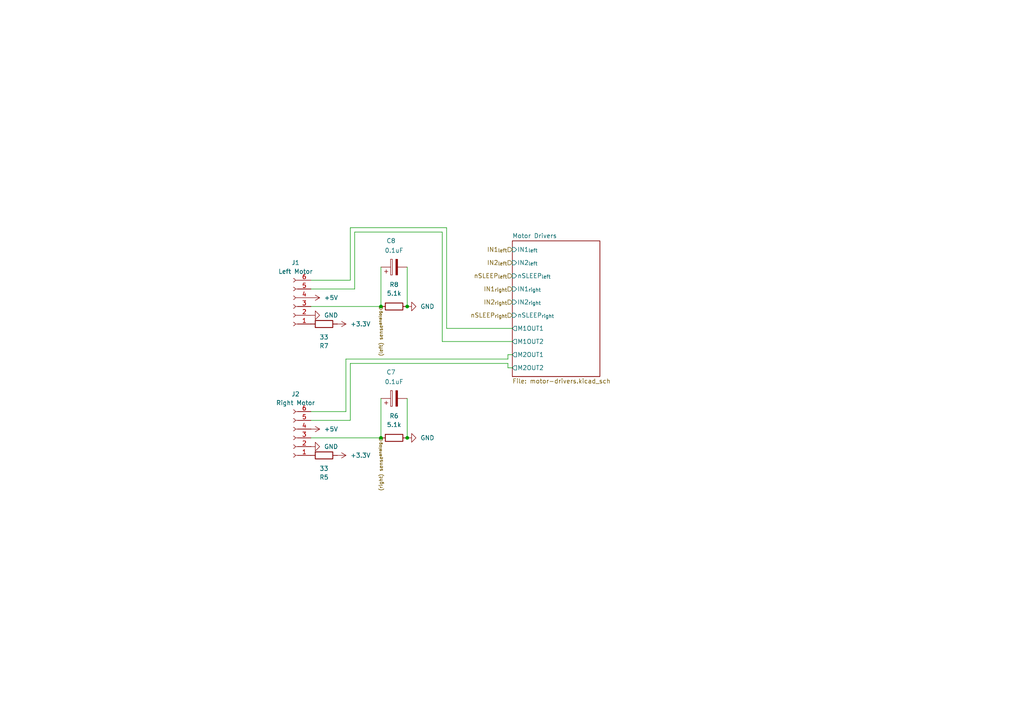
<source format=kicad_sch>
(kicad_sch (version 20231120) (generator "eeschema") (generator_version "8.0")
  (paper "A4")
  (title_block (title "DRV8212P Motor Driver Development Board") (date "2024-08-19") (rev "v0.2") (company "Karl Wünsche"))
  (lib_symbols
    (symbol "Connector:Conn_01x06_Socket" (pin_names (offset 1.016) hide)
      (property "Reference" "J" (at 0 7.62 0))
      (property "Value" "Conn_01x06_Socket" (at 0 -10.16 0))
      (symbol "Conn_01x06_Socket_1_1"
        (arc (start 0 -7.112) (mid -0.5058 -7.62) (end 0 -8.128) (stroke (width 0.1524)))
        (arc (start 0 -4.572) (mid -0.5058 -5.08) (end 0 -5.588) (stroke (width 0.1524)))
        (arc (start 0 -2.032) (mid -0.5058 -2.54) (end 0 -3.048) (stroke (width 0.1524)))
        (polyline (pts (xy -1.27 -7.62) (xy -0.508 -7.62)) (stroke (width 0.1524)))
        (polyline (pts (xy -1.27 -5.08) (xy -0.508 -5.08)) (stroke (width 0.1524)))
        (polyline (pts (xy -1.27 -2.54) (xy -0.508 -2.54)) (stroke (width 0.1524)))
        (polyline (pts (xy -1.27 0) (xy -0.508 0)) (stroke (width 0.1524)))
        (polyline (pts (xy -1.27 2.54) (xy -0.508 2.54)) (stroke (width 0.1524)))
        (polyline (pts (xy -1.27 5.08) (xy -0.508 5.08)) (stroke (width 0.1524)))
        (arc (start 0 0.508) (mid -0.5058 0) (end 0 -0.508) (stroke (width 0.1524)))
        (arc (start 0 3.048) (mid -0.5058 2.54) (end 0 2.032) (stroke (width 0.1524)))
        (arc (start 0 5.588) (mid -0.5058 5.08) (end 0 4.572) (stroke (width 0.1524)))
        (pin passive line (at -5.08 5.08 0) (length 3.81) (name "Pin_1") (number "1"))
        (pin passive line (at -5.08 2.54 0) (length 3.81) (name "Pin_2") (number "2"))
        (pin passive line (at -5.08 0 0) (length 3.81) (name "Pin_3") (number "3"))
        (pin passive line (at -5.08 -2.54 0) (length 3.81) (name "Pin_4") (number "4"))
        (pin passive line (at -5.08 -5.08 0) (length 3.81) (name "Pin_5") (number "5"))
        (pin passive line (at -5.08 -7.62 0) (length 3.81) (name "Pin_6") (number "6"))
      )
    )
    (symbol "Device:C_Polarized" (pin_numbers hide) (pin_names (offset 0.254))
      (property "Reference" "C" (at 0.635 2.54 0))
      (property "Value" "C_Polarized" (at 0.635 -2.54 0))
      (symbol "C_Polarized_0_1"
        (rectangle (start -2.286 0.508) (end 2.286 1.016))
        (polyline (pts (xy -1.778 2.286) (xy -0.762 2.286)))
        (polyline (pts (xy -1.27 2.794) (xy -1.27 1.778)))
        (rectangle (start 2.286 -0.508) (end -2.286 -1.016) (fill (type outline)))
      )
      (symbol "C_Polarized_1_1"
        (pin passive line (at 0 3.81 270) (length 2.794) (name "~") (number "1"))
        (pin passive line (at 0 -3.81 90) (length 2.794) (name "~") (number "2"))
      )
    )
    (symbol "Device:R" (pin_numbers hide) (pin_names (offset 0))
      (property "Reference" "R" (at 2.032 0 90))
      (property "Value" "R" (at 0 0 90))
      (symbol "R_0_1"
        (rectangle (start -1.016 -2.54) (end 1.016 2.54) (stroke (width 0.254)))
      )
      (symbol "R_1_1"
        (pin passive line (at 0 3.81 270) (length 1.27) (name "~") (number "1"))
        (pin passive line (at 0 -3.81 90) (length 1.27) (name "~") (number "2"))
      )
    )
    (symbol "power:+3.3V" (power) (pin_numbers hide) (pin_names (offset 0) hide)
      (property "Value" "+3.3V" (at 0 3.556 0))
      (symbol "+3.3V_0_1"
        (polyline (pts (xy -0.762 1.27) (xy 0 2.54)))
        (polyline (pts (xy 0 0) (xy 0 2.54)))
        (polyline (pts (xy 0 2.54) (xy 0.762 1.27)))
      )
      (symbol "+3.3V_1_1"
        (pin power_in line (at 0 0 90) (length 0) (name "~") (number "1"))
      )
    )
    (symbol "power:+5V" (power) (pin_numbers hide) (pin_names (offset 0) hide)
      (property "Value" "+5V" (at 0 3.556 0))
      (symbol "+5V_0_1"
        (polyline (pts (xy -0.762 1.27) (xy 0 2.54)))
        (polyline (pts (xy 0 0) (xy 0 2.54)))
        (polyline (pts (xy 0 2.54) (xy 0.762 1.27)))
      )
      (symbol "+5V_1_1"
        (pin power_in line (at 0 0 90) (length 0) (name "~") (number "1"))
      )
    )
    (symbol "power:GND" (power) (pin_numbers hide) (pin_names (offset 0) hide)
      (property "Value" "GND" (at 0 -3.81 0))
      (symbol "GND_0_1"
        (polyline (pts (xy 0 0) (xy 0 -1.27) (xy 1.27 -1.27) (xy 0 -2.54) (xy -1.27 -1.27) (xy 0 -1.27)))
      )
      (symbol "GND_1_1"
        (pin power_in line (at 0 0 270) (length 0) (name "~") (number "1"))
      )
    )
  )
  (junction (at 118.11 127))
  (junction (at 110.49 127))
  (junction (at 110.49 88.9))
  (junction (at 118.11 88.9))
  (wire (pts (xy 129.54 95.25) (xy 129.54 66.04)))
  (wire (pts (xy 110.49 115.57) (xy 110.49 127)))
  (wire (pts (xy 129.54 66.04) (xy 101.6 66.04)))
  (wire (pts (xy 128.27 67.31) (xy 102.87 67.31)))
  (wire (pts (xy 148.59 99.06) (xy 128.27 99.06)))
  (wire (pts (xy 147.32 105.41) (xy 147.32 106.68)))
  (wire (pts (xy 102.87 67.31) (xy 102.87 83.82)))
  (wire (pts (xy 101.6 105.41) (xy 101.6 121.92)))
  (wire (pts (xy 100.33 104.14) (xy 100.33 119.38)))
  (wire (pts (xy 148.59 95.25) (xy 129.54 95.25)))
  (wire (pts (xy 100.33 119.38) (xy 90.17 119.38)))
  (wire (pts (xy 101.6 66.04) (xy 101.6 81.28)))
  (wire (pts (xy 100.33 104.14) (xy 147.32 104.14)))
  (wire (pts (xy 128.27 99.06) (xy 128.27 67.31)))
  (wire (pts (xy 147.32 104.14) (xy 147.32 102.87)))
  (wire (pts (xy 118.11 127) (xy 118.11 115.57)))
  (wire (pts (xy 102.87 83.82) (xy 90.17 83.82)))
  (wire (pts (xy 90.17 127) (xy 110.49 127)))
  (wire (pts (xy 90.17 88.9) (xy 110.49 88.9)))
  (wire (pts (xy 118.11 88.9) (xy 118.11 77.47)))
  (wire (pts (xy 147.32 106.68) (xy 148.59 106.68)))
  (wire (pts (xy 101.6 121.92) (xy 90.17 121.92)))
  (wire (pts (xy 110.49 77.47) (xy 110.49 88.9)))
  (wire (pts (xy 101.6 81.28) (xy 90.17 81.28)))
  (wire (pts (xy 101.6 105.41) (xy 147.32 105.41)))
  (wire (pts (xy 147.32 102.87) (xy 148.59 102.87)))
  (hierarchical_label "(right) sense^{analog}" (shape output) (at 110.49 127 270) (effects (font (size 1.016 1.016))))
  (hierarchical_label "(left) sense^{analog}" (shape output) (at 110.49 88.9 270) (effects (font (size 1.016 1.016))))
  (hierarchical_label "IN1_{left}" (shape input) (at 148.59 72.39 180))
  (hierarchical_label "IN1_{right}" (shape input) (at 148.59 83.82 180))
  (hierarchical_label "nSLEEP_{right}" (shape input) (at 148.59 91.44 180))
  (hierarchical_label "nSLEEP_{left}" (shape input) (at 148.59 80.01 180))
  (hierarchical_label "IN2_{right}" (shape input) (at 148.59 87.63 180))
  (hierarchical_label "IN2_{left}" (shape input) (at 148.59 76.2 180))
  (symbol (lib_id "power:+3.3V") (at 97.79 132.08 270) (unit 1)
    (property "Reference" "#PWR029" (effects (hide yes)))
    (property "Value" "+3.3V" (at 101.6 132.0799 90) (effects (justify left)))
    (property "Description" "Power symbol creates a global label with name \"+3.3V\"" (effects (hide yes)))
  )
  (symbol (lib_id "Device:R") (at 93.98 132.08 90) (mirror x) (unit 1)
    (property "Reference" "R5" (at 93.98 138.43 90))
    (property "Value" "33" (at 93.98 135.89 90))
    (property "Footprint" "Resistor_SMD:R_0603_1608Metric_Pad0.98x0.95mm_HandSolder" (effects (hide yes)))
    (property "Description" "Resistor" (effects (hide yes)))
  )
  (symbol (lib_id "Device:R") (at 114.3 127 90) (unit 1)
    (property "Reference" "R6" (at 114.3 120.65 90))
    (property "Value" "5.1k" (at 114.3 123.19 90))
    (property "Footprint" "Resistor_SMD:R_0603_1608Metric_Pad0.98x0.95mm_HandSolder" (effects (hide yes)))
    (property "Description" "Resistor" (effects (hide yes)))
  )
  (symbol (lib_id "Device:C_Polarized") (at 114.3 77.47 90) (unit 1)
    (property "Reference" "C8" (at 113.411 69.85 90))
    (property "Value" "0.1uF" (at 114.3 72.644 90))
    (property "Footprint" "Capacitor_SMD:C_0603_1608Metric_Pad1.08x0.95mm_HandSolder" (effects (hide yes)))
    (property "Description" "Polarized capacitor" (effects (hide yes)))
  )
  (symbol (lib_id "Connector:Conn_01x06_Socket") (at 85.09 88.9 180) (unit 1)
    (property "Reference" "J1" (at 85.725 76.2 0))
    (property "Value" "Left Motor" (at 85.725 78.74 0))
    (property "Footprint" "Connector_JST:JST_PH_B6B-PH-K_1x06_P2.00mm_Vertical" (effects (hide yes)))
    (property "Description" "Generic connector, single row, 01x06, script generated" (effects (hide yes)))
  )
  (symbol (lib_id "power:+5V") (at 90.17 86.36 270) (unit 1)
    (property "Reference" "#PWR031" (effects (hide yes)))
    (property "Value" "+5V" (at 93.98 86.3599 90) (effects (justify left)))
    (property "Description" "Power symbol creates a global label with name \"+5V\"" (effects (hide yes)))
  )
  (symbol (lib_id "Device:C_Polarized") (at 114.3 115.57 90) (unit 1)
    (property "Reference" "C7" (at 113.411 107.95 90))
    (property "Value" "0.1uF" (at 114.3 110.744 90))
    (property "Footprint" "Capacitor_SMD:C_0603_1608Metric_Pad1.08x0.95mm_HandSolder" (effects (hide yes)))
    (property "Description" "Polarized capacitor" (effects (hide yes)))
  )
  (symbol (lib_id "power:+5V") (at 90.17 124.46 270) (unit 1)
    (property "Reference" "#PWR027" (effects (hide yes)))
    (property "Value" "+5V" (at 93.98 124.4599 90) (effects (justify left)))
    (property "Description" "Power symbol creates a global label with name \"+5V\"" (effects (hide yes)))
  )
  (symbol (lib_id "power:+3.3V") (at 97.79 93.98 270) (unit 1)
    (property "Reference" "#PWR033" (effects (hide yes)))
    (property "Value" "+3.3V" (at 101.6 93.9799 90) (effects (justify left)))
    (property "Description" "Power symbol creates a global label with name \"+3.3V\"" (effects (hide yes)))
  )
  (symbol (lib_id "power:GND") (at 90.17 91.44 90) (unit 1)
    (property "Reference" "#PWR032" (effects (hide yes)))
    (property "Value" "GND" (at 93.98 91.4399 90) (effects (justify right)))
    (property "Description" "Power symbol creates a global label with name \"GND\" , ground" (effects (hide yes)))
  )
  (symbol (lib_id "Connector:Conn_01x06_Socket") (at 85.09 127 180) (unit 1)
    (property "Reference" "J2" (at 85.725 114.3 0))
    (property "Value" "Right Motor" (at 85.725 116.84 0))
    (property "Footprint" "Connector_JST:JST_PH_B6B-PH-K_1x06_P2.00mm_Vertical" (effects (hide yes)))
    (property "Description" "Generic connector, single row, 01x06, script generated" (effects (hide yes)))
  )
  (symbol (lib_id "power:GND") (at 118.11 127 90) (unit 1)
    (property "Reference" "#PWR030" (effects (hide yes)))
    (property "Value" "GND" (at 121.92 126.9999 90) (effects (justify right)))
    (property "Description" "Power symbol creates a global label with name \"GND\" , ground" (effects (hide yes)))
  )
  (symbol (lib_id "Device:R") (at 114.3 88.9 90) (unit 1)
    (property "Reference" "R8" (at 114.3 82.55 90))
    (property "Value" "5.1k" (at 114.3 85.09 90))
    (property "Footprint" "Resistor_SMD:R_0603_1608Metric_Pad0.98x0.95mm_HandSolder" (effects (hide yes)))
    (property "Description" "Resistor" (effects (hide yes)))
  )
  (symbol (lib_id "power:GND") (at 118.11 88.9 90) (unit 1)
    (property "Reference" "#PWR034" (effects (hide yes)))
    (property "Value" "GND" (at 121.92 88.8999 90) (effects (justify right)))
    (property "Description" "Power symbol creates a global label with name \"GND\" , ground" (effects (hide yes)))
  )
  (symbol (lib_id "power:GND") (at 90.17 129.54 90) (unit 1)
    (property "Reference" "#PWR028" (effects (hide yes)))
    (property "Value" "GND" (at 93.98 129.5399 90) (effects (justify right)))
    (property "Description" "Power symbol creates a global label with name \"GND\" , ground" (effects (hide yes)))
  )
  (symbol (lib_id "Device:R") (at 93.98 93.98 90) (mirror x) (unit 1)
    (property "Reference" "R7" (at 93.98 100.33 90))
    (property "Value" "33" (at 93.98 97.79 90))
    (property "Footprint" "Resistor_SMD:R_0603_1608Metric_Pad0.98x0.95mm_HandSolder" (effects (hide yes)))
    (property "Description" "Resistor" (effects (hide yes)))
  )
  (sheet (at 148.59 69.85) (size 25.4 39.37) (stroke (width 0.1524))
    (property "Sheetname" "Motor Drivers" (at 148.59 69.1384 0) (effects (justify left bottom)))
    (property "Sheetfile" "motor-drivers.kicad_sch" (at 148.59 109.8046 0) (effects (justify left top)))
    (pin "IN1_{left}" input (at 148.59 72.39 180))
    (pin "nSLEEP_{left}" input (at 148.59 80.01 180))
    (pin "IN1_{right}" input (at 148.59 83.82 180))
    (pin "nSLEEP_{right}" input (at 148.59 91.44 180))
    (pin "IN2_{right}" input (at 148.59 87.63 180))
    (pin "M1OUT1" output (at 148.59 95.25 180))
    (pin "M1OUT2" output (at 148.59 99.06 180))
    (pin "M2OUT1" output (at 148.59 102.87 180))
    (pin "M2OUT2" output (at 148.59 106.68 180))
    (pin "IN2_{left}" input (at 148.59 76.2 180))
  )
)
</source>
